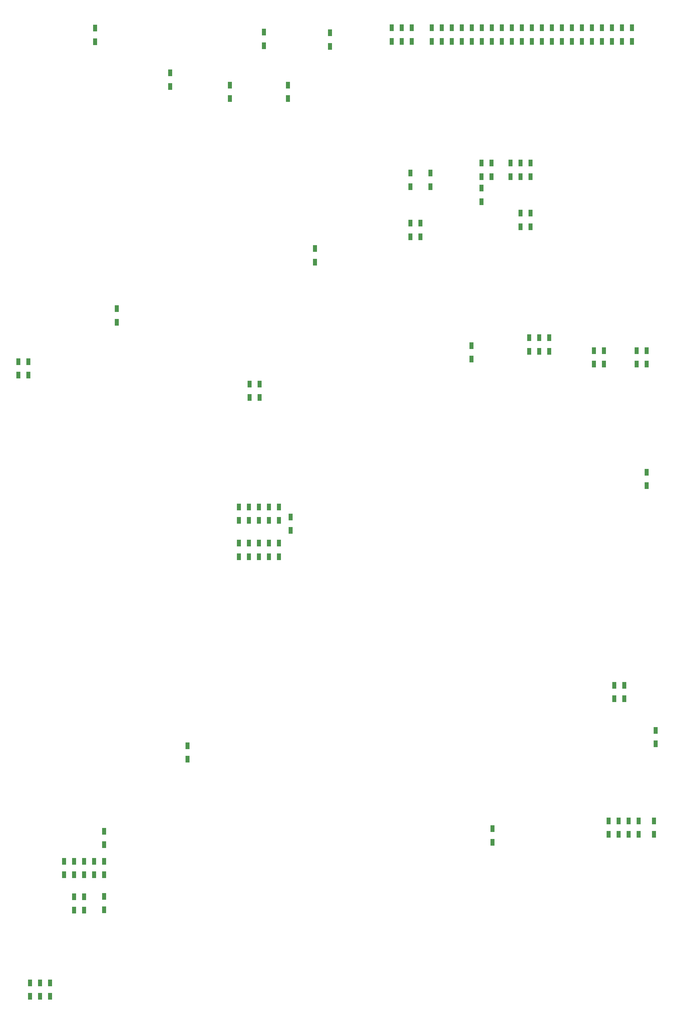
<source format=gbr>
G04 This is an RS-274x file exported by *
G04 gerbv version 2.7.0 *
G04 More information is available about gerbv at *
G04 http://gerbv.geda-project.org/ *
G04 --End of header info--*
%MOIN*%
%FSLAX36Y36*%
%IPPOS*%
G04 --Define apertures--*
%ADD10R,0.0433X0.0669*%
%ADD11R,0.0669X0.0433*%
%ADD12R,0.0827X0.0669*%
G04 --Start main section--*
G54D10*
G01X4003126Y3659374D03*
G01X4003126Y3525000D03*
G01X4103126Y3659374D03*
G01X4103126Y3525000D03*
G01X4203126Y3659374D03*
G01X4203126Y3525000D03*
G01X4403126Y3659374D03*
G01X4403126Y3525000D03*
G01X4503126Y3659374D03*
G01X4503126Y3525000D03*
G01X4603126Y3659374D03*
G01X4603126Y3525000D03*
G01X4703126Y3659374D03*
G01X4703126Y3525000D03*
G01X4803126Y3659374D03*
G01X4803126Y3525000D03*
G01X4903126Y3525000D03*
G01X4903126Y3659374D03*
G01X5003126Y3525000D03*
G01X5003126Y3659374D03*
G01X1040626Y3521874D03*
G01X1040626Y3656252D03*
G01X1790626Y3075000D03*
G01X1790626Y3209374D03*
G01X2387500Y2953126D03*
G01X2387500Y3087500D03*
G01X2728126Y3481252D03*
G01X2728126Y3615626D03*
G01X2965626Y2953126D03*
G01X2965626Y3087500D03*
G01X3387500Y3475000D03*
G01X3387500Y3609374D03*
G01X5103126Y3525000D03*
G01X5103126Y3659374D03*
G01X5203126Y3525000D03*
G01X5203126Y3659374D03*
G01X5303126Y3525000D03*
G01X5303126Y3659374D03*
G01X5403126Y3525000D03*
G01X5403126Y3659374D03*
G01X5503126Y3525000D03*
G01X5503126Y3659374D03*
G01X5603126Y3525000D03*
G01X5603126Y3659374D03*
G01X5703126Y3525000D03*
G01X5703126Y3659374D03*
G01X5803126Y3525000D03*
G01X5803126Y3659374D03*
G01X5903126Y3525000D03*
G01X5903126Y3659374D03*
G01X6003126Y3525000D03*
G01X6003126Y3659374D03*
G01X6103126Y3525000D03*
G01X6103126Y3659374D03*
G01X6203126Y3525000D03*
G01X6203126Y3659374D03*
G01X6303126Y3525000D03*
G01X6303126Y3659374D03*
G01X6403126Y3525000D03*
G01X6403126Y3659374D03*
G01X3237500Y1321874D03*
G01X3237500Y1456252D03*
G01X4190626Y2075000D03*
G01X4190626Y2209374D03*
G01X4390626Y2075000D03*
G01X4390626Y2209374D03*
G01X4190626Y1575000D03*
G01X4190626Y1709374D03*
G01X4290626Y1575000D03*
G01X4290626Y1709374D03*
G01X5390626Y1675000D03*
G01X5390626Y1809374D03*
G01X5290626Y1675000D03*
G01X5290626Y1809374D03*
G01X4900000Y1925000D03*
G01X4900000Y2059374D03*
G01X5390626Y2175000D03*
G01X5390626Y2309374D03*
G01X5290626Y2175000D03*
G01X5290626Y2309374D03*
G01X5190626Y2175000D03*
G01X5190626Y2309374D03*
G01X5000000Y2175000D03*
G01X5000000Y2309374D03*
G01X4900000Y2175000D03*
G01X4900000Y2309374D03*
G01X2875000Y-1256252D03*
G01X2875000Y-1121874D03*
G01X2775000Y-1256252D03*
G01X2775000Y-1121874D03*
G01X2675000Y-1256252D03*
G01X2675000Y-1121874D03*
G01X2575000Y-1256252D03*
G01X2575000Y-1121874D03*
G01X2475000Y-1256252D03*
G01X2475000Y-1121874D03*
G01X2875000Y-1618748D03*
G01X2875000Y-1484374D03*
G01X2775000Y-1618748D03*
G01X2775000Y-1484374D03*
G01X2675000Y-1618748D03*
G01X2675000Y-1484374D03*
G01X2575000Y-1618748D03*
G01X2575000Y-1484374D03*
G01X2475000Y-1618748D03*
G01X2475000Y-1484374D03*
G01X2993748Y-1356252D03*
G01X2993748Y-1221874D03*
G01X2684374Y-031252D03*
G01X2684374Y0103126D03*
G01X2584374Y-031252D03*
G01X2584374Y0103126D03*
G01X0371874Y0193748D03*
G01X0371874Y0328126D03*
G01X0271874Y0193748D03*
G01X0271874Y0328126D03*
G01X1256252Y0721874D03*
G01X1256252Y0856252D03*
G01X6121874Y0303126D03*
G01X6121874Y0437500D03*
G01X6021874Y0303126D03*
G01X6021874Y0437500D03*
G01X6550000Y0303126D03*
G01X6550000Y0437500D03*
G01X6450000Y0303126D03*
G01X6450000Y0437500D03*
G01X5578126Y0431252D03*
G01X5578126Y0565626D03*
G01X5478126Y0431252D03*
G01X5478126Y0565626D03*
G01X5378126Y0431252D03*
G01X5378126Y0565626D03*
G01X0390626Y-6006252D03*
G01X0390626Y-5871874D03*
G01X0490626Y-6006252D03*
G01X0490626Y-5871874D03*
G01X0590626Y-6006252D03*
G01X0590626Y-5871874D03*
G01X0831252Y-5146874D03*
G01X0831252Y-5012500D03*
G01X0931252Y-5146874D03*
G01X0931252Y-5012500D03*
G01X1131252Y-5143748D03*
G01X1131252Y-5009374D03*
G01X1131252Y-4493748D03*
G01X1131252Y-4359374D03*
G01X1962500Y-3640626D03*
G01X1962500Y-3506252D03*
G01X0731252Y-4793748D03*
G01X0731252Y-4659374D03*
G01X0831252Y-4793748D03*
G01X0831252Y-4659374D03*
G01X0931252Y-4793748D03*
G01X0931252Y-4659374D03*
G01X1031252Y-4793748D03*
G01X1031252Y-4659374D03*
G01X1131252Y-4793748D03*
G01X1131252Y-4659374D03*
G01X5009374Y-4468748D03*
G01X5009374Y-4334374D03*
G01X6168748Y-4390626D03*
G01X6168748Y-4256252D03*
G01X6268748Y-4390626D03*
G01X6268748Y-4256252D03*
G01X6368748Y-4390626D03*
G01X6368748Y-4256252D03*
G01X6468748Y-4390626D03*
G01X6468748Y-4256252D03*
G01X6621874Y-4390626D03*
G01X6621874Y-4256252D03*
G01X6640626Y-3487500D03*
G01X6640626Y-3353126D03*
G01X6228126Y-3037500D03*
G01X6228126Y-2903126D03*
G01X6328126Y-3037500D03*
G01X6328126Y-2903126D03*
G01X6550000Y-909374D03*
G01X6550000Y-775000D03*
G01X4800000Y0353126D03*
G01X4800000Y0487500D03*
M02*

</source>
